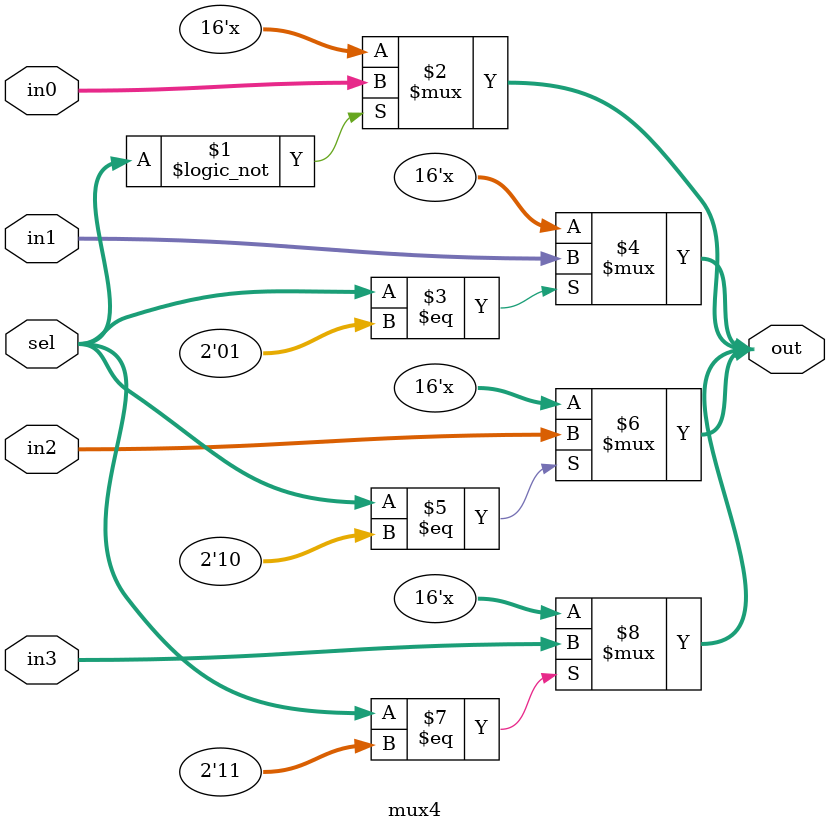
<source format=v>
/*MIT License

Copyright (c) 2020 Debtanu Mukherjee

Permission is hereby granted, free of charge, to any person obtaining a copy
of this software and associated documentation files (the "Software"), to deal
in the Software without restriction, including without limitation the rights
to use, copy, modify, merge, publish, distribute, sublicense, and/or sell
copies of the Software, and to permit persons to whom the Software is
furnished to do so, subject to the following conditions:

The above copyright notice and this permission notice shall be included in all
copies or substantial portions of the Software.

THE SOFTWARE IS PROVIDED "AS IS", WITHOUT WARRANTY OF ANY KIND, EXPRESS OR
IMPLIED, INCLUDING BUT NOT LIMITED TO THE WARRANTIES OF MERCHANTABILITY,
FITNESS FOR A PARTICULAR PURPOSE AND NONINFRINGEMENT. IN NO EVENT SHALL THE
AUTHORS OR COPYRIGHT HOLDERS BE LIABLE FOR ANY CLAIM, DAMAGES OR OTHER
LIABILITY, WHETHER IN AN ACTION OF CONTRACT, TORT OR OTHERWISE, ARISING FROM,
OUT OF OR IN CONNECTION WITH THE SOFTWARE OR THE USE OR OTHER DEALINGS IN THE
SOFTWARE.*/

module mux4(in0, in1, in2, in3, sel, out);
parameter size = 16;

input [size-1:0] in0, in1, in2, in3;
input [1:0] sel;
output [size-1:0] out;

assign out = (sel == 2'b00) ? in0 : 16'bz;
assign out = (sel == 2'b01) ? in1 : 16'bz;
assign out = (sel == 2'b10) ? in2 : 16'bz;
assign out = (sel == 2'b11) ? in3 : 16'bz;

endmodule

</source>
